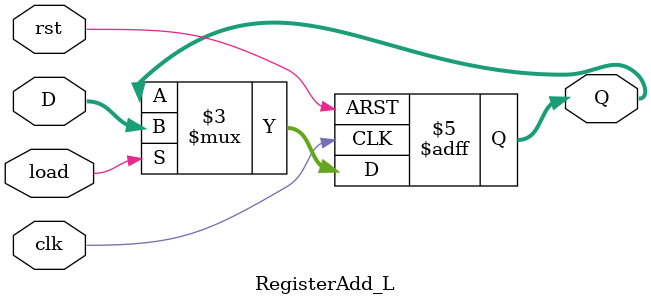
<source format=v>
`timescale 1ns / 1ps
module RegisterAdd_L
	# (parameter W = 16)
	(
		input wire clk, //system clock
		input wire rst, //system reset
		input wire load, //load signal
		input wire [W-1:0] D, //input signal
		output reg [W-1:0] Q //output signal
    );

	always @(posedge clk, posedge rst)
		if(rst)
			Q <= 0;
		else if(load)
			Q <= D;
		else
			Q <= Q;

endmodule

</source>
